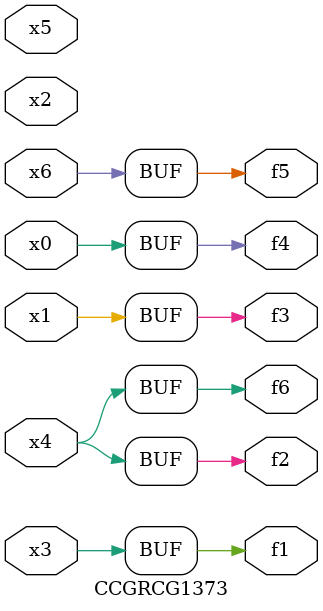
<source format=v>
module CCGRCG1373(
	input x0, x1, x2, x3, x4, x5, x6,
	output f1, f2, f3, f4, f5, f6
);
	assign f1 = x3;
	assign f2 = x4;
	assign f3 = x1;
	assign f4 = x0;
	assign f5 = x6;
	assign f6 = x4;
endmodule

</source>
